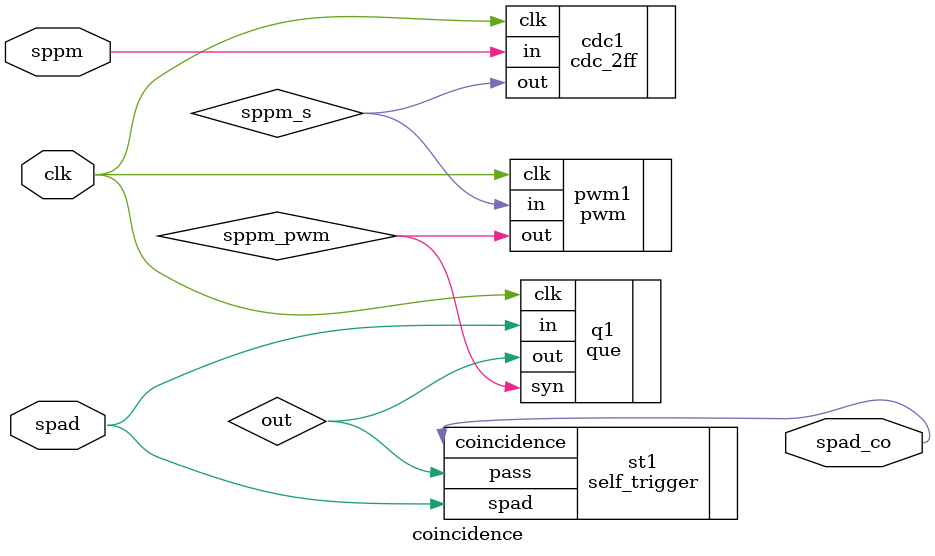
<source format=v>
`timescale 1ns / 1ps


module coincidence(
	input clk,
	input sppm,
	input spad,

	output spad_co
    );

wire sppm_s;
cdc_2ff cdc1( .clk(clk), .in(sppm), .out(sppm_s));

wire sppm_pwm;
pwm pwm1( .clk(clk), .in(sppm_s), .out(sppm_pwm));



wire out;
que q1(.clk(clk), .syn(sppm_pwm), .in(spad), .out(out));

self_trigger st1( .spad(spad), .pass(out), .coincidence(spad_co));

endmodule

</source>
